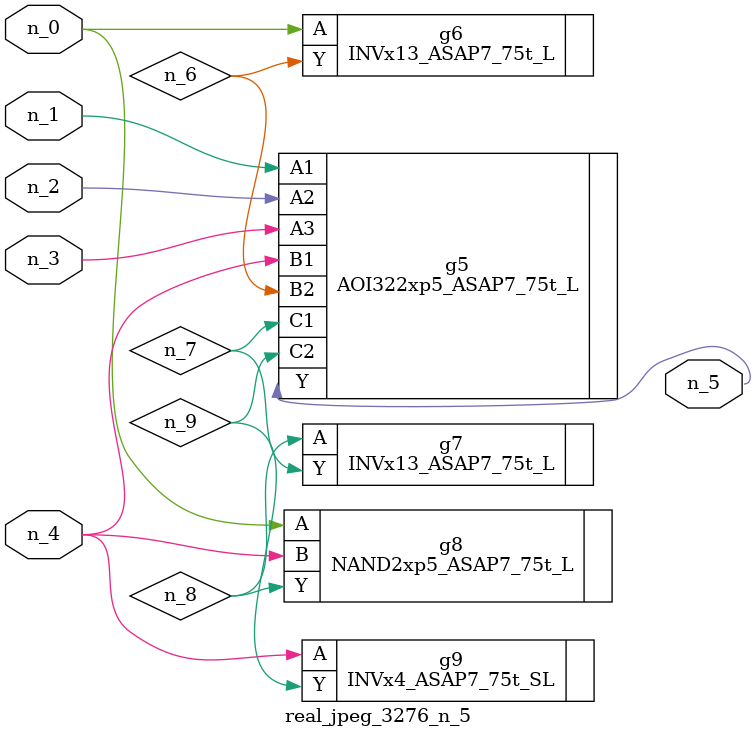
<source format=v>
module real_jpeg_3276_n_5 (n_4, n_0, n_1, n_2, n_3, n_5);

input n_4;
input n_0;
input n_1;
input n_2;
input n_3;

output n_5;

wire n_8;
wire n_6;
wire n_7;
wire n_9;

INVx13_ASAP7_75t_L g6 ( 
.A(n_0),
.Y(n_6)
);

NAND2xp5_ASAP7_75t_L g8 ( 
.A(n_0),
.B(n_4),
.Y(n_8)
);

AOI322xp5_ASAP7_75t_L g5 ( 
.A1(n_1),
.A2(n_2),
.A3(n_3),
.B1(n_4),
.B2(n_6),
.C1(n_7),
.C2(n_9),
.Y(n_5)
);

INVx4_ASAP7_75t_SL g9 ( 
.A(n_4),
.Y(n_9)
);

INVx13_ASAP7_75t_L g7 ( 
.A(n_8),
.Y(n_7)
);


endmodule
</source>
